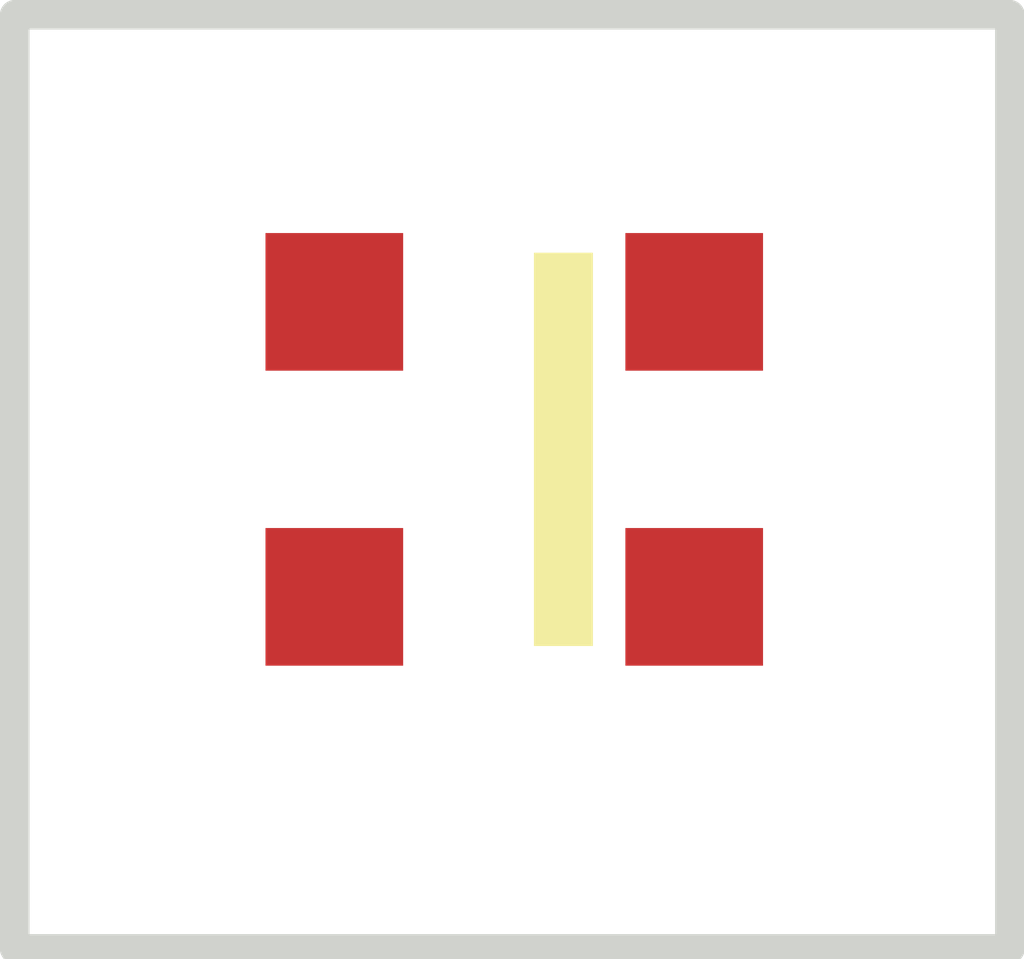
<source format=kicad_pcb>
(kicad_pcb (version 20171130) (host pcbnew 5.1.2-f72e74a~84~ubuntu18.04.1)

  (general
    (thickness 1.6)
    (drawings 4)
    (tracks 0)
    (zones 0)
    (modules 1)
    (nets 5)
  )

  (page A4)
  (layers
    (0 Top signal)
    (31 Bottom signal)
    (32 B.Adhes user)
    (33 F.Adhes user)
    (34 B.Paste user)
    (35 F.Paste user)
    (36 B.SilkS user)
    (37 F.SilkS user)
    (38 B.Mask user)
    (39 F.Mask user)
    (40 Dwgs.User user)
    (41 Cmts.User user)
    (42 Eco1.User user)
    (43 Eco2.User user)
    (44 Edge.Cuts user)
    (45 Margin user)
    (46 B.CrtYd user)
    (47 F.CrtYd user)
    (48 B.Fab user)
    (49 F.Fab user)
  )

  (setup
    (last_trace_width 0.25)
    (trace_clearance 0.1524)
    (zone_clearance 0.508)
    (zone_45_only no)
    (trace_min 0.2)
    (via_size 0.8)
    (via_drill 0.4)
    (via_min_size 0.4)
    (via_min_drill 0.3)
    (uvia_size 0.3)
    (uvia_drill 0.1)
    (uvias_allowed no)
    (uvia_min_size 0.2)
    (uvia_min_drill 0.1)
    (edge_width 0.05)
    (segment_width 0.2)
    (pcb_text_width 0.3)
    (pcb_text_size 1.5 1.5)
    (mod_edge_width 0.12)
    (mod_text_size 1 1)
    (mod_text_width 0.15)
    (pad_size 1.524 1.524)
    (pad_drill 0.762)
    (pad_to_mask_clearance 0.051)
    (solder_mask_min_width 0.25)
    (aux_axis_origin 0 0)
    (visible_elements FFFFFF7F)
    (pcbplotparams
      (layerselection 0x010fc_ffffffff)
      (usegerberextensions false)
      (usegerberattributes false)
      (usegerberadvancedattributes false)
      (creategerberjobfile false)
      (excludeedgelayer true)
      (linewidth 0.100000)
      (plotframeref false)
      (viasonmask false)
      (mode 1)
      (useauxorigin false)
      (hpglpennumber 1)
      (hpglpenspeed 20)
      (hpglpendiameter 15.000000)
      (psnegative false)
      (psa4output false)
      (plotreference true)
      (plotvalue true)
      (plotinvisibletext false)
      (padsonsilk false)
      (subtractmaskfromsilk false)
      (outputformat 1)
      (mirror false)
      (drillshape 1)
      (scaleselection 1)
      (outputdirectory ""))
  )

  (net 0 "")
  (net 1 "Net-(L1-Pad4)")
  (net 2 "Net-(L1-Pad3)")
  (net 3 "Net-(L1-Pad2)")
  (net 4 "Net-(L1-Pad1)")

  (net_class Default "This is the default net class."
    (clearance 0.1524)
    (trace_width 0.25)
    (via_dia 0.8)
    (via_drill 0.4)
    (uvia_dia 0.3)
    (uvia_drill 0.1)
    (add_net "Net-(L1-Pad1)")
    (add_net "Net-(L1-Pad2)")
    (add_net "Net-(L1-Pad3)")
    (add_net "Net-(L1-Pad4)")
  )

  (module ws2812b:DISCRETE_NOA_WS2812_2020 (layer Top) (tedit 0) (tstamp 5D27D197)
    (at 148.5111 104.8386)
    (path /4CAB314C)
    (fp_text reference L1 (at 0 0) (layer F.SilkS) hide
      (effects (font (size 1.27 1.27) (thickness 0.15)))
    )
    (fp_text value DISCRETE_NOA_WS2812B2020 (at 0 0) (layer F.SilkS) hide
      (effects (font (size 1.27 1.27) (thickness 0.15)))
    )
    (fp_poly (pts (xy 0.1 1) (xy 0.4 1) (xy 0.4 -1) (xy 0.1 -1)) (layer F.SilkS) (width 0))
    (pad 4 smd rect (at -0.915 0.75) (size 0.7 0.7) (layers Top F.Paste F.Mask)
      (net 1 "Net-(L1-Pad4)") (solder_mask_margin 0.1016))
    (pad 3 smd rect (at -0.915 -0.75) (size 0.7 0.7) (layers Top F.Paste F.Mask)
      (net 2 "Net-(L1-Pad3)") (solder_mask_margin 0.1016))
    (pad 2 smd rect (at 0.915 -0.75) (size 0.7 0.7) (layers Top F.Paste F.Mask)
      (net 3 "Net-(L1-Pad2)") (solder_mask_margin 0.1016))
    (pad 1 smd rect (at 0.915 0.75) (size 0.7 0.7) (layers Top F.Paste F.Mask)
      (net 4 "Net-(L1-Pad1)") (solder_mask_margin 0.1016))
  )

  (gr_line (start 145.9711 107.3786) (end 151.0311 107.3786) (layer Edge.Cuts) (width 0.15) (tstamp 57FEB070))
  (gr_line (start 151.0311 107.3786) (end 151.0311 102.6286) (layer Edge.Cuts) (width 0.15) (tstamp 57FEB4C0))
  (gr_line (start 151.0311 102.6286) (end 145.9711 102.6286) (layer Edge.Cuts) (width 0.15) (tstamp 55628420))
  (gr_line (start 145.9711 102.6286) (end 145.9711 107.3786) (layer Edge.Cuts) (width 0.15) (tstamp 55628880))

)

</source>
